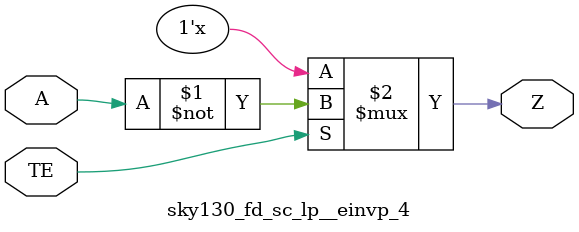
<source format=v>
/*
 * Copyright 2020 The SkyWater PDK Authors
 *
 * Licensed under the Apache License, Version 2.0 (the "License");
 * you may not use this file except in compliance with the License.
 * You may obtain a copy of the License at
 *
 *     https://www.apache.org/licenses/LICENSE-2.0
 *
 * Unless required by applicable law or agreed to in writing, software
 * distributed under the License is distributed on an "AS IS" BASIS,
 * WITHOUT WARRANTIES OR CONDITIONS OF ANY KIND, either express or implied.
 * See the License for the specific language governing permissions and
 * limitations under the License.
 *
 * SPDX-License-Identifier: Apache-2.0
*/


`ifndef SKY130_FD_SC_LP__EINVP_4_FUNCTIONAL_V
`define SKY130_FD_SC_LP__EINVP_4_FUNCTIONAL_V

/**
 * einvp: Tri-state inverter, positive enable.
 *
 * Verilog simulation functional model.
 */

`timescale 1ns / 1ps
`default_nettype none

`celldefine
module sky130_fd_sc_lp__einvp_4 (
    Z ,
    A ,
    TE
);

    // Module ports
    output Z ;
    input  A ;
    input  TE;

    //     Name     Output  Other arguments
    notif1 notif10 (Z     , A, TE          );

endmodule
`endcelldefine

`default_nettype wire
`endif  // SKY130_FD_SC_LP__EINVP_4_FUNCTIONAL_V

</source>
